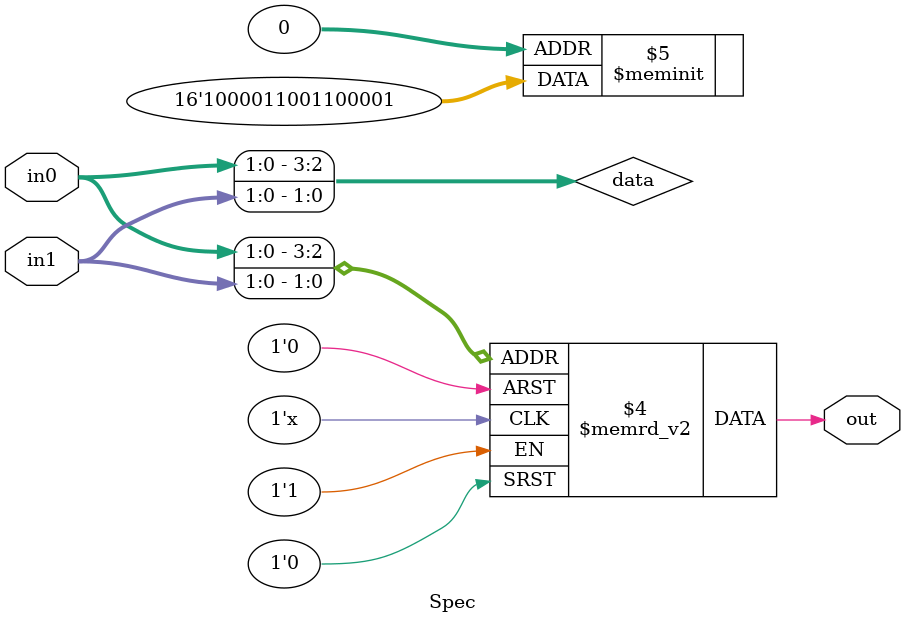
<source format=v>
`timescale 1ns / 1ps


module Spec(

    input [1:0] in0,
    input [1:0] in1,
    output reg out

    );
    
    reg [3:0] data;
    
    always @(*)
    begin
        data = {in0,in1};
        
        case(data)
            4'b0001: out = 0;
            4'b0100: out = 0;
            4'b0010: out = 0;
            4'b1000: out = 0;
            4'b0011: out = 0;
            4'b1100: out = 0;
            4'b1110: out = 0;
            4'b1011: out = 0;
            4'b1101: out = 0;
            4'b0111: out = 0;
            default: out = 1;
         endcase
    
    
    
    end
    
    
    
endmodule

</source>
